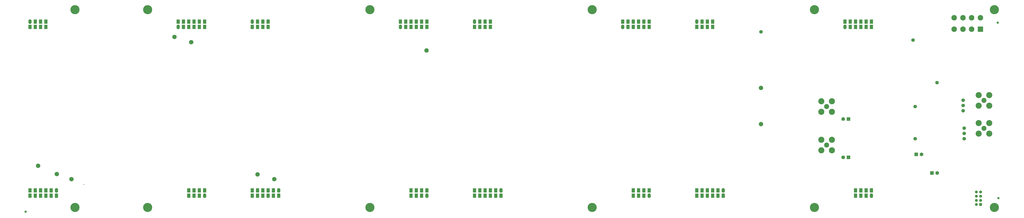
<source format=gbs>
G04 Layer_Color=16711935*
%FSLAX44Y44*%
%MOMM*%
G71*
G01*
G75*
%ADD119C,1.7016*%
%ADD120R,1.5240X2.0066*%
%ADD121O,1.5240X2.2606*%
%ADD122R,1.5016X2.0066*%
%ADD123C,2.6416*%
%ADD124R,2.6416X2.6416*%
%ADD125C,2.4000*%
%ADD126C,2.9400*%
%ADD127R,1.7716X1.7716*%
%ADD128C,1.7716*%
%ADD129C,1.3716*%
%ADD130R,1.3716X1.3716*%
%ADD131C,1.1016*%
%ADD132C,2.1016*%
%ADD133C,0.3700*%
%ADD134C,4.3800*%
D119*
X4517000Y498000D02*
D03*
Y523400D02*
D03*
Y548800D02*
D03*
X4287000Y518000D02*
D03*
X4277000Y838000D02*
D03*
X4392000Y633000D02*
D03*
X4287000Y363000D02*
D03*
X4522000D02*
D03*
Y388400D02*
D03*
Y413800D02*
D03*
X3547000Y878000D02*
D03*
D120*
X114300Y88900D02*
D03*
X38100D02*
D03*
Y114300D02*
D03*
X63500Y88900D02*
D03*
Y114300D02*
D03*
X88900D02*
D03*
X165100Y88900D02*
D03*
X88900D02*
D03*
X139700D02*
D03*
Y114300D02*
D03*
X114300D02*
D03*
X1155700Y901700D02*
D03*
X1181100Y927100D02*
D03*
X1155700D02*
D03*
X1130300D02*
D03*
Y901700D02*
D03*
X1181100D02*
D03*
X1104900D02*
D03*
X114300D02*
D03*
X63500Y927100D02*
D03*
X88900D02*
D03*
X114300D02*
D03*
X88900Y901700D02*
D03*
X825500Y114300D02*
D03*
X800100Y88900D02*
D03*
X825500D02*
D03*
X850900D02*
D03*
Y114300D02*
D03*
X800100D02*
D03*
X876300D02*
D03*
X1866900Y901700D02*
D03*
X1841500D02*
D03*
Y927100D02*
D03*
X1892300D02*
D03*
X1816100D02*
D03*
X1892300Y901700D02*
D03*
X1917700D02*
D03*
Y927100D02*
D03*
X1943100Y901700D02*
D03*
Y927100D02*
D03*
X1866900D02*
D03*
X2171700Y901700D02*
D03*
X2247900D02*
D03*
X2197100D02*
D03*
Y927100D02*
D03*
X2222500D02*
D03*
X2247900D02*
D03*
X2222500Y901700D02*
D03*
X3289300D02*
D03*
X3314700Y927100D02*
D03*
X3289300D02*
D03*
X3263900D02*
D03*
Y901700D02*
D03*
X3314700D02*
D03*
X3238500D02*
D03*
X2933700D02*
D03*
X2908300D02*
D03*
Y927100D02*
D03*
X2959100D02*
D03*
X2882900D02*
D03*
X2959100Y901700D02*
D03*
X2984500D02*
D03*
Y927100D02*
D03*
X3009900Y901700D02*
D03*
Y927100D02*
D03*
X2933700D02*
D03*
X4000500Y901700D02*
D03*
X3975100D02*
D03*
Y927100D02*
D03*
X4025900D02*
D03*
X3949700D02*
D03*
X4025900Y901700D02*
D03*
X4051300D02*
D03*
Y927100D02*
D03*
X4076700Y901700D02*
D03*
Y927100D02*
D03*
X4000500D02*
D03*
X4076700Y114300D02*
D03*
X4000500D02*
D03*
X4051300D02*
D03*
Y88900D02*
D03*
X4025900D02*
D03*
X4000500D02*
D03*
X4025900Y114300D02*
D03*
X3314700D02*
D03*
X3340100D02*
D03*
Y88900D02*
D03*
X3289300D02*
D03*
X3365500D02*
D03*
X3289300Y114300D02*
D03*
X3263900D02*
D03*
Y88900D02*
D03*
X3238500Y114300D02*
D03*
Y88900D02*
D03*
X3314700D02*
D03*
X2959100Y114300D02*
D03*
X2933700Y88900D02*
D03*
X2959100D02*
D03*
X2984500D02*
D03*
Y114300D02*
D03*
X2933700D02*
D03*
X3009900D02*
D03*
X2247900D02*
D03*
X2273300D02*
D03*
Y88900D02*
D03*
X2222500D02*
D03*
X2298700D02*
D03*
X2222500Y114300D02*
D03*
X2197100D02*
D03*
Y88900D02*
D03*
X2171700Y114300D02*
D03*
Y88900D02*
D03*
X2247900D02*
D03*
X1943100Y114300D02*
D03*
X1866900D02*
D03*
X1917700D02*
D03*
Y88900D02*
D03*
X1892300D02*
D03*
X1866900D02*
D03*
X1892300Y114300D02*
D03*
X1181100D02*
D03*
X1206500D02*
D03*
Y88900D02*
D03*
X1155700D02*
D03*
X1231900D02*
D03*
X1155700Y114300D02*
D03*
X1130300D02*
D03*
Y88900D02*
D03*
X1104900Y114300D02*
D03*
Y88900D02*
D03*
X1181100D02*
D03*
X800100Y901700D02*
D03*
X774700D02*
D03*
Y927100D02*
D03*
X825500D02*
D03*
X749300D02*
D03*
X825500Y901700D02*
D03*
X850900D02*
D03*
Y927100D02*
D03*
X876300Y901700D02*
D03*
Y927100D02*
D03*
X800100D02*
D03*
D121*
X165100Y114300D02*
D03*
X1104900Y927100D02*
D03*
X38100D02*
D03*
X876300Y88900D02*
D03*
X1816100Y901700D02*
D03*
X2171700Y927100D02*
D03*
X3238500D02*
D03*
X2882900Y901700D02*
D03*
X3949700D02*
D03*
X4076700Y88900D02*
D03*
X3365500Y114300D02*
D03*
X3009900Y88900D02*
D03*
X2298700Y114300D02*
D03*
X1943100Y88900D02*
D03*
X1231900Y114300D02*
D03*
X749300Y901700D02*
D03*
D122*
X38100D02*
D03*
X63500D02*
D03*
D123*
X4474000Y945500D02*
D03*
X4516000D02*
D03*
X4558000D02*
D03*
X4600000D02*
D03*
X4474000Y890500D02*
D03*
X4516000D02*
D03*
X4558000D02*
D03*
D124*
X4600000D02*
D03*
D125*
X4617000Y548000D02*
D03*
X3862000Y333000D02*
D03*
X3862000Y518000D02*
D03*
X4617000Y413000D02*
D03*
D126*
X4642400Y522600D02*
D03*
Y573400D02*
D03*
X4591600Y522600D02*
D03*
Y573400D02*
D03*
X3887400Y307600D02*
D03*
Y358400D02*
D03*
X3836600Y307600D02*
D03*
Y358400D02*
D03*
X3887400Y492600D02*
D03*
Y543400D02*
D03*
X3836600Y492600D02*
D03*
Y543400D02*
D03*
X4642400Y387600D02*
D03*
Y438400D02*
D03*
X4591600Y387600D02*
D03*
Y438400D02*
D03*
D127*
X3967000Y458000D02*
D03*
X4367000Y198000D02*
D03*
X4292000Y288000D02*
D03*
X3967000Y273000D02*
D03*
D128*
X3941600Y458000D02*
D03*
X4392400Y198000D02*
D03*
X4317400Y288000D02*
D03*
X3941600Y273000D02*
D03*
D129*
X4601050Y66200D02*
D03*
Y86200D02*
D03*
Y106200D02*
D03*
X4581050Y46200D02*
D03*
Y66200D02*
D03*
Y86200D02*
D03*
Y106200D02*
D03*
D130*
X4601050Y46200D02*
D03*
D131*
X17000Y11750D02*
D03*
X4687000Y76750D02*
D03*
X4683250Y921750D02*
D03*
D132*
X3547000Y608000D02*
D03*
X1942000Y788000D02*
D03*
X237000Y168000D02*
D03*
X167000Y193000D02*
D03*
X77000Y233000D02*
D03*
X1130300Y191300D02*
D03*
X1211000Y168000D02*
D03*
X732000Y853000D02*
D03*
X812000Y828000D02*
D03*
X3547000Y433000D02*
D03*
D133*
X297000Y143000D02*
D03*
D134*
X603250Y984250D02*
D03*
X254000D02*
D03*
Y31750D02*
D03*
X603250D02*
D03*
X1670050D02*
D03*
X2736850D02*
D03*
X3803650D02*
D03*
X4667250D02*
D03*
Y984250D02*
D03*
X2736850D02*
D03*
X1670050D02*
D03*
X3803650D02*
D03*
M02*

</source>
